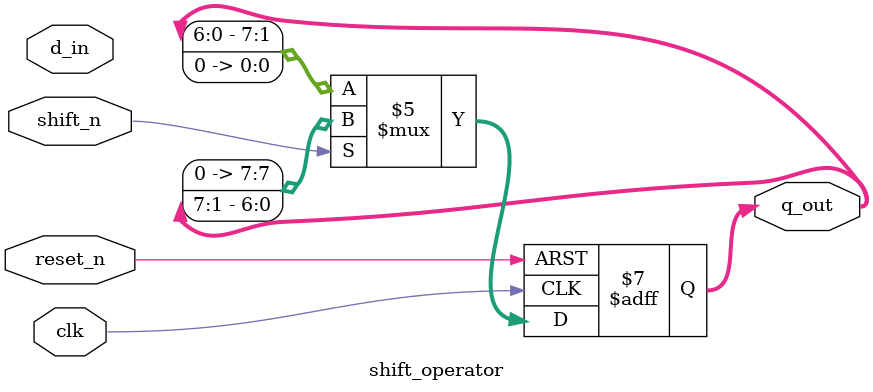
<source format=v>
`timescale 1ns / 1ps


module shift_operator(
input clk,
input [7:0] d_in,
input reset_n,
input shift_n,
output reg [7:0] q_out
);
always @(posedge clk, negedge reset_n)
begin
if(!reset_n)
begin
q_out <= 'b0;
end
else 
begin
    if(!shift_n)
        q_out <= {q_out[6:0],1'b0};
    else 
        q_out <= {1'b0,q_out[7:1]};
end
end
endmodule

</source>
